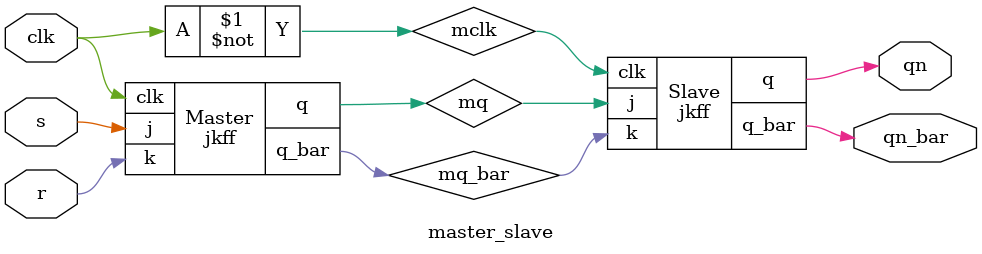
<source format=v>
`timescale 1ns / 1ps


module jkff(j,k,clk,q,q_bar);
input j,k,clk;
output  q,q_bar;
reg q;
assign q_bar= ~q;
always @(posedge clk)
begin

case({j,k})
2'b00: q<=q;
2'b01: q<=0;
2'b10: q<=1;
2'b11: q<=~q;
endcase
end
endmodule


module master_slave(s,r,clk,qn,qn_bar);
input s,r,clk;
output qn,qn_bar;


wire mq;
wire mq_bar;
wire mclk;
assign mclk= ~clk;


jkff Master(s,r,clk,mq,mq_bar);
jkff Slave(mq,mq_bar,mclk,qn,qn_bar);

endmodule

</source>
